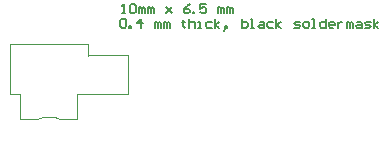
<source format=gm1>
G04*
G04 #@! TF.GenerationSoftware,Altium Limited,Altium Designer,23.0.1 (38)*
G04*
G04 Layer_Color=16711935*
%FSLAX25Y25*%
%MOIN*%
G70*
G04*
G04 #@! TF.SameCoordinates,AE6E3CEE-A53B-43E9-B4DB-3CF7AADE453F*
G04*
G04*
G04 #@! TF.FilePolarity,Positive*
G04*
G01*
G75*
%ADD28C,0.00025*%
%ADD29C,0.00200*%
%ADD30C,0.00500*%
D28*
X692033Y88716D02*
D03*
D29*
X695921Y99859D02*
X694981Y100143D01*
X694020Y100349D01*
X693047Y100474D01*
X692065Y100517D01*
X691084Y100479D01*
X690110Y100360D01*
X689148Y100160D01*
X688207Y99880D01*
X679000Y108149D02*
X682498D01*
X679000D02*
Y124800D01*
X701386Y108200D02*
X718403D01*
X682498Y108149D02*
X682500Y99900D01*
X695920Y99859D02*
X701383Y99900D01*
X682500D02*
X688207Y99880D01*
X679000Y124800D02*
X692000D01*
X705000D01*
Y120900D02*
Y124800D01*
Y121000D02*
X718403D01*
Y108348D02*
Y121000D01*
X701383Y99900D02*
X701386Y108200D01*
D30*
X716500Y135100D02*
X717500D01*
X717000D01*
Y138099D01*
X716500Y137599D01*
X718999D02*
X719499Y138099D01*
X720499D01*
X720998Y137599D01*
Y135600D01*
X720499Y135100D01*
X719499D01*
X718999Y135600D01*
Y137599D01*
X721998Y135100D02*
Y137099D01*
X722498D01*
X722998Y136600D01*
Y135100D01*
Y136600D01*
X723498Y137099D01*
X723998Y136600D01*
Y135100D01*
X724997D02*
Y137099D01*
X725497D01*
X725997Y136600D01*
Y135100D01*
Y136600D01*
X726497Y137099D01*
X726997Y136600D01*
Y135100D01*
X730995Y137099D02*
X732995Y135100D01*
X731995Y136100D01*
X732995Y137099D01*
X730995Y135100D01*
X738993Y138099D02*
X737993Y137599D01*
X736993Y136600D01*
Y135600D01*
X737493Y135100D01*
X738493D01*
X738993Y135600D01*
Y136100D01*
X738493Y136600D01*
X736993D01*
X739992Y135100D02*
Y135600D01*
X740492D01*
Y135100D01*
X739992D01*
X744491Y138099D02*
X742492D01*
Y136600D01*
X743491Y137099D01*
X743991D01*
X744491Y136600D01*
Y135600D01*
X743991Y135100D01*
X742991D01*
X742492Y135600D01*
X748490Y135100D02*
Y137099D01*
X748989D01*
X749489Y136600D01*
Y135100D01*
Y136600D01*
X749989Y137099D01*
X750489Y136600D01*
Y135100D01*
X751489D02*
Y137099D01*
X751989D01*
X752488Y136600D01*
Y135100D01*
Y136600D01*
X752988Y137099D01*
X753488Y136600D01*
Y135100D01*
X715900Y132699D02*
X716400Y133199D01*
X717400D01*
X717899Y132699D01*
Y130700D01*
X717400Y130200D01*
X716400D01*
X715900Y130700D01*
Y132699D01*
X718899Y130200D02*
Y130700D01*
X719399D01*
Y130200D01*
X718899D01*
X722898D02*
Y133199D01*
X721398Y131700D01*
X723398D01*
X727396Y130200D02*
Y132199D01*
X727896D01*
X728396Y131700D01*
Y130200D01*
Y131700D01*
X728896Y132199D01*
X729396Y131700D01*
Y130200D01*
X730395D02*
Y132199D01*
X730895D01*
X731395Y131700D01*
Y130200D01*
Y131700D01*
X731895Y132199D01*
X732395Y131700D01*
Y130200D01*
X736893Y132699D02*
Y132199D01*
X736393D01*
X737393D01*
X736893D01*
Y130700D01*
X737393Y130200D01*
X738893Y133199D02*
Y130200D01*
Y131700D01*
X739392Y132199D01*
X740392D01*
X740892Y131700D01*
Y130200D01*
X741892D02*
X742891D01*
X742391D01*
Y132199D01*
X741892D01*
X746390D02*
X744891D01*
X744391Y131700D01*
Y130700D01*
X744891Y130200D01*
X746390D01*
X747390D02*
Y133199D01*
Y131200D02*
X748889Y132199D01*
X747390Y131200D02*
X748889Y130200D01*
X750889Y129700D02*
X751389Y130200D01*
Y130700D01*
X750889D01*
Y130200D01*
X751389D01*
X750889Y129700D01*
X750389Y129200D01*
X756387Y133199D02*
Y130200D01*
X757886D01*
X758386Y130700D01*
Y131200D01*
Y131700D01*
X757886Y132199D01*
X756387D01*
X759386Y130200D02*
X760386D01*
X759886D01*
Y133199D01*
X759386D01*
X762385Y132199D02*
X763385D01*
X763884Y131700D01*
Y130200D01*
X762385D01*
X761885Y130700D01*
X762385Y131200D01*
X763884D01*
X766884Y132199D02*
X765384D01*
X764884Y131700D01*
Y130700D01*
X765384Y130200D01*
X766884D01*
X767883D02*
Y133199D01*
Y131200D02*
X769383Y132199D01*
X767883Y131200D02*
X769383Y130200D01*
X773881D02*
X775381D01*
X775881Y130700D01*
X775381Y131200D01*
X774381D01*
X773881Y131700D01*
X774381Y132199D01*
X775881D01*
X777380Y130200D02*
X778380D01*
X778880Y130700D01*
Y131700D01*
X778380Y132199D01*
X777380D01*
X776880Y131700D01*
Y130700D01*
X777380Y130200D01*
X779879D02*
X780879D01*
X780379D01*
Y133199D01*
X779879D01*
X784378D02*
Y130200D01*
X782878D01*
X782378Y130700D01*
Y131700D01*
X782878Y132199D01*
X784378D01*
X786877Y130200D02*
X785877D01*
X785378Y130700D01*
Y131700D01*
X785877Y132199D01*
X786877D01*
X787377Y131700D01*
Y131200D01*
X785378D01*
X788377Y132199D02*
Y130200D01*
Y131200D01*
X788876Y131700D01*
X789376Y132199D01*
X789876D01*
X791376Y130200D02*
Y132199D01*
X791875D01*
X792375Y131700D01*
Y130200D01*
Y131700D01*
X792875Y132199D01*
X793375Y131700D01*
Y130200D01*
X794874Y132199D02*
X795874D01*
X796374Y131700D01*
Y130200D01*
X794874D01*
X794375Y130700D01*
X794874Y131200D01*
X796374D01*
X797374Y130200D02*
X798873D01*
X799373Y130700D01*
X798873Y131200D01*
X797873D01*
X797374Y131700D01*
X797873Y132199D01*
X799373D01*
X800373Y130200D02*
Y133199D01*
Y131200D02*
X801872Y132199D01*
X800373Y131200D02*
X801872Y130200D01*
M02*

</source>
